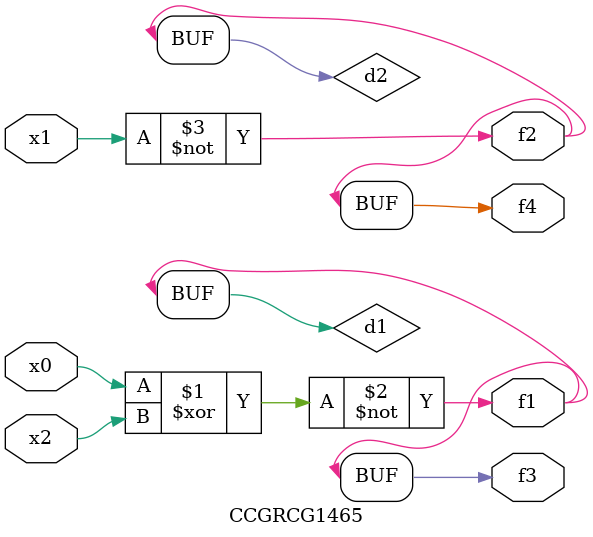
<source format=v>
module CCGRCG1465(
	input x0, x1, x2,
	output f1, f2, f3, f4
);

	wire d1, d2, d3;

	xnor (d1, x0, x2);
	nand (d2, x1);
	nor (d3, x1, x2);
	assign f1 = d1;
	assign f2 = d2;
	assign f3 = d1;
	assign f4 = d2;
endmodule

</source>
